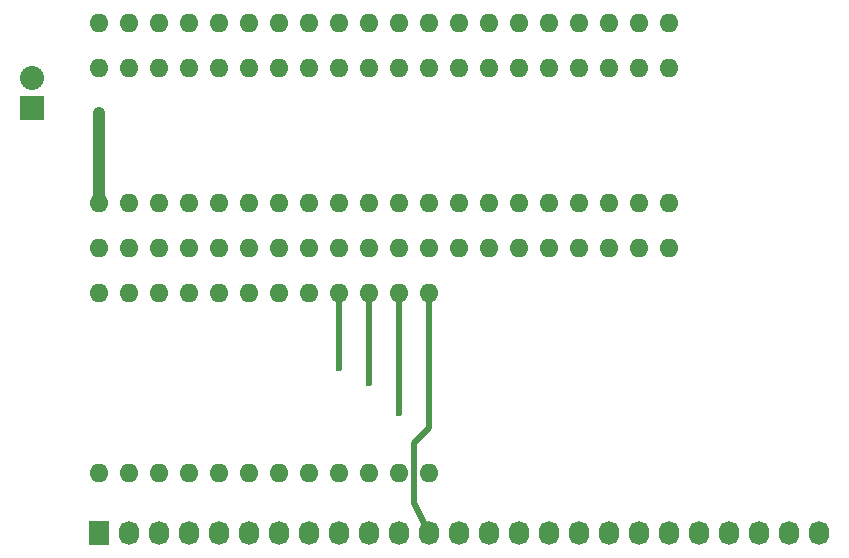
<source format=gtl>
G04 #@! TF.FileFunction,Copper,L1,Top,Signal*
%FSLAX46Y46*%
G04 Gerber Fmt 4.6, Leading zero omitted, Abs format (unit mm)*
G04 Created by KiCad (PCBNEW 4.0.2-stable) date 2016-04-27 10:36:02 AM*
%MOMM*%
G01*
G04 APERTURE LIST*
%ADD10C,0.100000*%
%ADD11R,1.727200X2.032000*%
%ADD12O,1.727200X2.032000*%
%ADD13O,1.600000X1.600000*%
%ADD14R,2.032000X2.032000*%
%ADD15O,2.032000X2.032000*%
%ADD16C,0.600000*%
%ADD17C,0.500000*%
%ADD18C,0.250000*%
%ADD19C,1.000000*%
G04 APERTURE END LIST*
D10*
D11*
X119380000Y-104140000D03*
D12*
X121920000Y-104140000D03*
X124460000Y-104140000D03*
X127000000Y-104140000D03*
X129540000Y-104140000D03*
X132080000Y-104140000D03*
X134620000Y-104140000D03*
X137160000Y-104140000D03*
X139700000Y-104140000D03*
X142240000Y-104140000D03*
X144780000Y-104140000D03*
X147320000Y-104140000D03*
X149860000Y-104140000D03*
X152400000Y-104140000D03*
X154940000Y-104140000D03*
X157480000Y-104140000D03*
X160020000Y-104140000D03*
X162560000Y-104140000D03*
X165100000Y-104140000D03*
X167640000Y-104140000D03*
X170180000Y-104140000D03*
X172720000Y-104140000D03*
X175260000Y-104140000D03*
X177800000Y-104140000D03*
X180340000Y-104140000D03*
D13*
X119380000Y-76200000D03*
X121920000Y-76200000D03*
X124460000Y-76200000D03*
X127000000Y-76200000D03*
X129540000Y-76200000D03*
X132080000Y-76200000D03*
X134620000Y-76200000D03*
X137160000Y-76200000D03*
X139700000Y-76200000D03*
X142240000Y-76200000D03*
X144780000Y-76200000D03*
X147320000Y-76200000D03*
X149860000Y-76200000D03*
X152400000Y-76200000D03*
X154940000Y-76200000D03*
X157480000Y-76200000D03*
X160020000Y-76200000D03*
X162560000Y-76200000D03*
X165100000Y-76200000D03*
X167640000Y-76200000D03*
X167640000Y-60960000D03*
X165100000Y-60960000D03*
X162560000Y-60960000D03*
X160020000Y-60960000D03*
X157480000Y-60960000D03*
X154940000Y-60960000D03*
X152400000Y-60960000D03*
X149860000Y-60960000D03*
X147320000Y-60960000D03*
X144780000Y-60960000D03*
X142240000Y-60960000D03*
X139700000Y-60960000D03*
X137160000Y-60960000D03*
X134620000Y-60960000D03*
X132080000Y-60960000D03*
X129540000Y-60960000D03*
X127000000Y-60960000D03*
X124460000Y-60960000D03*
X121920000Y-60960000D03*
X119380000Y-60960000D03*
X119380000Y-80010000D03*
X121920000Y-80010000D03*
X124460000Y-80010000D03*
X127000000Y-80010000D03*
X129540000Y-80010000D03*
X132080000Y-80010000D03*
X134620000Y-80010000D03*
X137160000Y-80010000D03*
X139700000Y-80010000D03*
X142240000Y-80010000D03*
X144780000Y-80010000D03*
X147320000Y-80010000D03*
X149860000Y-80010000D03*
X152400000Y-80010000D03*
X154940000Y-80010000D03*
X157480000Y-80010000D03*
X160020000Y-80010000D03*
X162560000Y-80010000D03*
X165100000Y-80010000D03*
X167640000Y-80010000D03*
X167640000Y-64770000D03*
X165100000Y-64770000D03*
X162560000Y-64770000D03*
X160020000Y-64770000D03*
X157480000Y-64770000D03*
X154940000Y-64770000D03*
X152400000Y-64770000D03*
X149860000Y-64770000D03*
X147320000Y-64770000D03*
X144780000Y-64770000D03*
X142240000Y-64770000D03*
X139700000Y-64770000D03*
X137160000Y-64770000D03*
X134620000Y-64770000D03*
X132080000Y-64770000D03*
X129540000Y-64770000D03*
X127000000Y-64770000D03*
X124460000Y-64770000D03*
X121920000Y-64770000D03*
X119380000Y-64770000D03*
X119380000Y-99060000D03*
X121920000Y-99060000D03*
X124460000Y-99060000D03*
X127000000Y-99060000D03*
X129540000Y-99060000D03*
X132080000Y-99060000D03*
X134620000Y-99060000D03*
X137160000Y-99060000D03*
X139700000Y-99060000D03*
X142240000Y-99060000D03*
X144780000Y-99060000D03*
X147320000Y-99060000D03*
X147320000Y-83820000D03*
X144780000Y-83820000D03*
X142240000Y-83820000D03*
X139700000Y-83820000D03*
X137160000Y-83820000D03*
X134620000Y-83820000D03*
X132080000Y-83820000D03*
X129540000Y-83820000D03*
X127000000Y-83820000D03*
X124460000Y-83820000D03*
X121920000Y-83820000D03*
X119380000Y-83820000D03*
D14*
X113728500Y-68199000D03*
D15*
X113728500Y-65659000D03*
D16*
X144780000Y-93980000D03*
X142240000Y-91440000D03*
X139700000Y-90170000D03*
X119380000Y-68580000D03*
D17*
X147320000Y-83820000D02*
X147320000Y-95250000D01*
X146050000Y-101600000D02*
X147320000Y-104140000D01*
X146050000Y-96520000D02*
X146050000Y-101600000D01*
X147320000Y-95250000D02*
X146050000Y-96520000D01*
D18*
X146050000Y-96520000D02*
X146050000Y-96520000D01*
D17*
X144780000Y-83820000D02*
X144780000Y-93980000D01*
X142240000Y-91440000D02*
X142240000Y-83820000D01*
X139700000Y-90170000D02*
X139700000Y-83820000D01*
D19*
X119380000Y-68580000D02*
X119380000Y-76200000D01*
M02*

</source>
